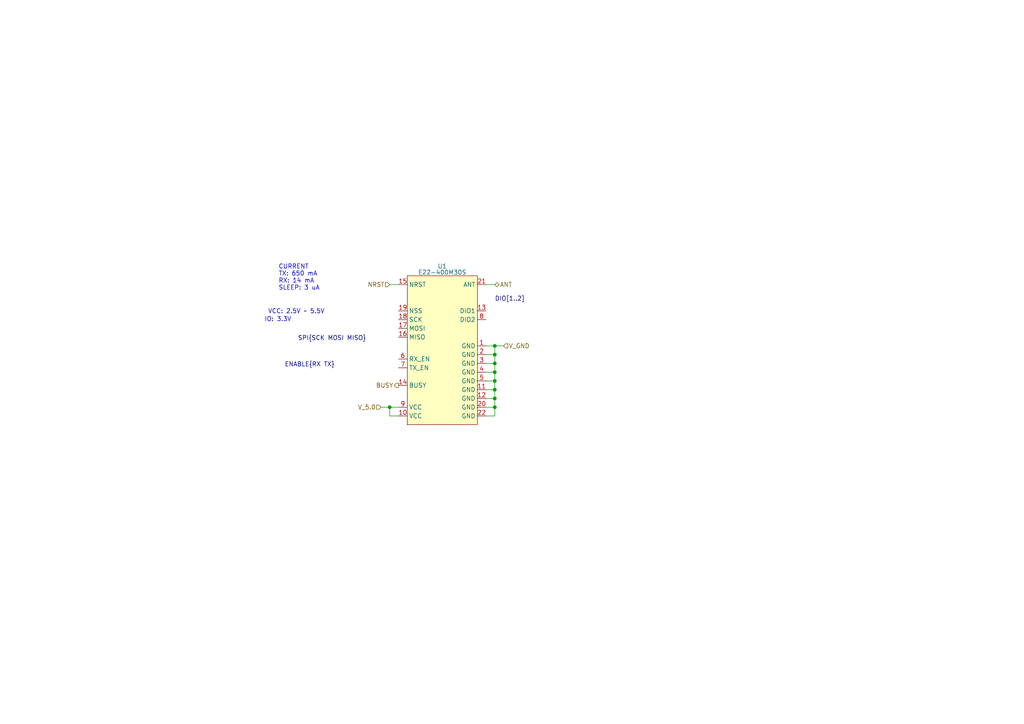
<source format=kicad_sch>
(kicad_sch (version 20231120) (generator "eeschema") (generator_version "8.0")
  (paper "A4")
  (lib_symbols
    (symbol "CUBESAT:E22-400M30S"
      (property "Reference" "U" (at 0 24.384 0))
      (property "Value" "E22-400M30S" (at 0 22.606 0))
      (symbol "E22-400M30S_1_0"
        (pin power_in line (at 12.7 1.27 180) (length 2.54) (name "GND") (number "1"))
        (pin power_in line (at -12.7 -19.05 0) (length 2.54) (name "VCC") (number "10"))
        (pin power_in line (at 12.7 -11.43 180) (length 2.54) (name "GND") (number "11"))
        (pin power_in line (at 12.7 -13.97 180) (length 2.54) (name "GND") (number "12"))
        (pin bidirectional line (at 12.7 11.43 180) (length 2.54) (name "DIO1") (number "13"))
        (pin output line (at -12.7 -10.16 0) (length 2.54) (name "BUSY") (number "14"))
        (pin input line (at -12.7 19.05 0) (length 2.54) (name "NRST") (number "15"))
        (pin output line (at -12.7 3.81 0) (length 2.54) (name "MISO") (number "16"))
        (pin input line (at -12.7 6.35 0) (length 2.54) (name "MOSI") (number "17"))
        (pin input line (at -12.7 8.89 0) (length 2.54) (name "SCK") (number "18"))
        (pin input line (at -12.7 11.43 0) (length 2.54) (name "NSS") (number "19"))
        (pin power_in line (at 12.7 -1.27 180) (length 2.54) (name "GND") (number "2"))
        (pin power_in line (at 12.7 -16.51 180) (length 2.54) (name "GND") (number "20"))
        (pin output line (at 12.7 19.05 180) (length 2.54) (name "ANT") (number "21"))
        (pin power_in line (at 12.7 -19.05 180) (length 2.54) (name "GND") (number "22"))
        (pin power_in line (at 12.7 -3.81 180) (length 2.54) (name "GND") (number "3"))
        (pin power_in line (at 12.7 -6.35 180) (length 2.54) (name "GND") (number "4"))
        (pin power_in line (at 12.7 -8.89 180) (length 2.54) (name "GND") (number "5"))
        (pin input line (at -12.7 -2.54 0) (length 2.54) (name "RX_EN") (number "6"))
        (pin input line (at -12.7 -5.08 0) (length 2.54) (name "TX_EN") (number "7"))
        (pin bidirectional line (at 12.7 8.89 180) (length 2.54) (name "DIO2") (number "8"))
        (pin power_in line (at -12.7 -16.51 0) (length 2.54) (name "VCC") (number "9"))
      )
      (symbol "E22-400M30S_1_1"
        (rectangle (start -10.16 21.59) (end 10.16 -21.59) (fill (type background)))
      )
    )
  )
  (junction (at 143.51 102.87))
  (junction (at 143.51 100.33))
  (junction (at 143.51 113.03))
  (junction (at 143.51 107.95))
  (junction (at 143.51 105.41))
  (junction (at 143.51 118.11))
  (junction (at 113.03 118.11))
  (junction (at 143.51 115.57))
  (junction (at 143.51 110.49))
  (wire (pts (xy 115.57 120.65) (xy 113.03 120.65)))
  (wire (pts (xy 140.97 110.49) (xy 143.51 110.49)))
  (wire (pts (xy 143.51 113.03) (xy 143.51 110.49)))
  (wire (pts (xy 140.97 105.41) (xy 143.51 105.41)))
  (wire (pts (xy 143.51 82.55) (xy 140.97 82.55)))
  (wire (pts (xy 146.05 100.33) (xy 143.51 100.33)))
  (wire (pts (xy 143.51 118.11) (xy 143.51 115.57)))
  (wire (pts (xy 110.49 118.11) (xy 113.03 118.11)))
  (wire (pts (xy 143.51 120.65) (xy 143.51 118.11)))
  (wire (pts (xy 140.97 118.11) (xy 143.51 118.11)))
  (wire (pts (xy 140.97 107.95) (xy 143.51 107.95)))
  (wire (pts (xy 140.97 113.03) (xy 143.51 113.03)))
  (wire (pts (xy 140.97 102.87) (xy 143.51 102.87)))
  (wire (pts (xy 140.97 115.57) (xy 143.51 115.57)))
  (wire (pts (xy 143.51 115.57) (xy 143.51 113.03)))
  (wire (pts (xy 143.51 100.33) (xy 140.97 100.33)))
  (wire (pts (xy 140.97 120.65) (xy 143.51 120.65)))
  (wire (pts (xy 143.51 110.49) (xy 143.51 107.95)))
  (wire (pts (xy 113.03 120.65) (xy 113.03 118.11)))
  (wire (pts (xy 113.03 82.55) (xy 115.57 82.55)))
  (wire (pts (xy 143.51 107.95) (xy 143.51 105.41)))
  (wire (pts (xy 143.51 105.41) (xy 143.51 102.87)))
  (wire (pts (xy 143.51 102.87) (xy 143.51 100.33)))
  (wire (pts (xy 113.03 118.11) (xy 115.57 118.11)))
  (text "IO: 3.3V" (at 76.708 92.71 0) (effects (font (size 1.27 1.27)) (justify left)))
  (text "CURRENT\nTX: 650 mA\nRX: 14 mA\nSLEEP: 3 uA" (at 80.772 80.518 0) (effects (font (size 1.27 1.27)) (justify left)))
  (text "VCC: 2.5V ~ 5.5V" (at 77.724 90.424 0) (effects (font (size 1.27 1.27)) (justify left)))
  (label "DIO[1..2]" (at 143.51 87.63 0))
  (label "SPI{SCK MOSI MISO}" (at 86.36 99.06 0))
  (label "ENABLE{RX TX}" (at 82.55 106.68 0))
  (hierarchical_label "V_GND" (shape input) (at 146.05 100.33 0))
  (hierarchical_label "NRST" (shape input) (at 113.03 82.55 180))
  (hierarchical_label "BUSY" (shape output) (at 115.57 111.76 180))
  (hierarchical_label "V_5.0" (shape input) (at 110.49 118.11 180))
  (hierarchical_label "ANT" (shape bidirectional) (at 143.51 82.55 0))
  (symbol (lib_id "CUBESAT:E22-400M30S") (at 128.27 101.6 0) (unit 1)
    (property "Reference" "U1" (at 128.27 77.216 0))
    (property "Value" "E22-400M30S" (at 128.27 78.994 0))
    (property "Datasheet" "https://www.cdebyte.com/pdf-down.aspx?id=2226" (effects (hide yes)))
    (property "Description" "The E22-400M30S is based on the SX1268, a new generation of LoRa TM RF chip manufactured by Semtech, USA. It is an ultra-small and self-developed 433MHz, 470MHz SMD LoRa TM wireless module" (effects (hide yes)))
  )
)
</source>
